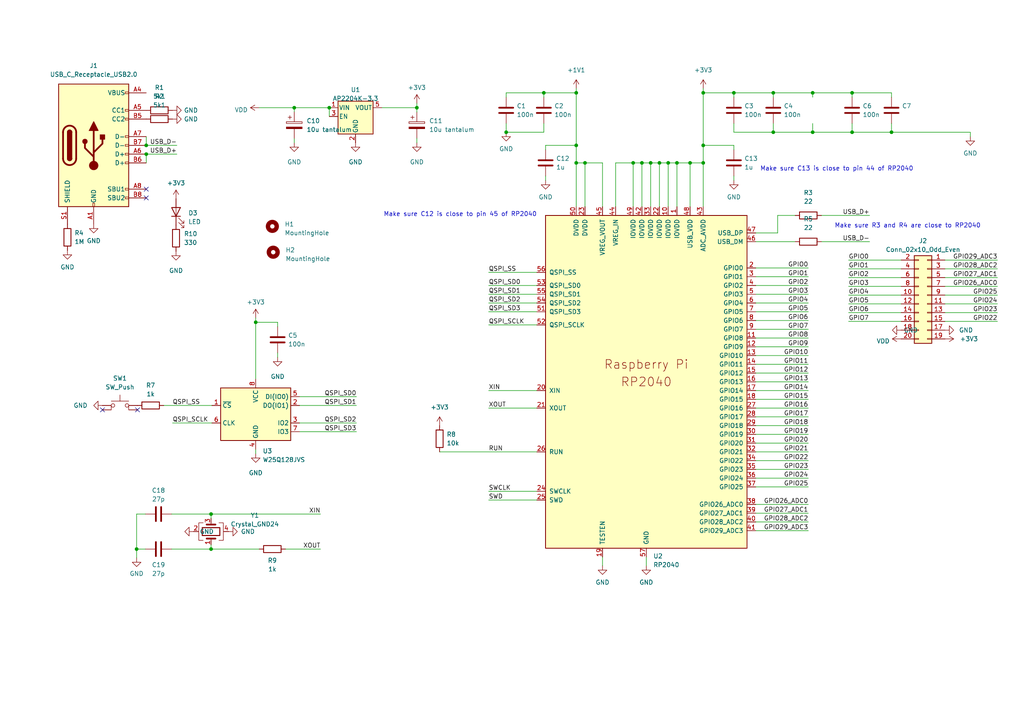
<source format=kicad_sch>
(kicad_sch (version 20230121) (generator eeschema)
  (paper "A4")
  (lib_symbols
    (symbol "Connector:USB_C_Receptacle_USB2.0" (pin_names (offset 1.016))
      (property "Reference" "J" (at -10.16 19.05 0))
      (property "Value" "USB_C_Receptacle_USB2.0" (at 19.05 19.05 0))
      (symbol "USB_C_Receptacle_USB2.0_0_0"
        (rectangle (start -0.254 -17.78) (end 0.254 -16.764))
        (rectangle (start 10.16 -14.986) (end 9.144 -15.494))
        (rectangle (start 10.16 -12.446) (end 9.144 -12.954))
        (rectangle (start 10.16 -4.826) (end 9.144 -5.334))
        (rectangle (start 10.16 -2.286) (end 9.144 -2.794))
        (rectangle (start 10.16 0.254) (end 9.144 -0.254))
        (rectangle (start 10.16 2.794) (end 9.144 2.286))
        (rectangle (start 10.16 7.874) (end 9.144 7.366))
        (rectangle (start 10.16 10.414) (end 9.144 9.906))
        (rectangle (start 10.16 15.494) (end 9.144 14.986))
      )
      (symbol "USB_C_Receptacle_USB2.0_0_1"
        (rectangle (start -10.16 17.78) (end 10.16 -17.78) (stroke (width 0.254)) (fill (type background)))
        (arc (start -8.89 -3.81) (mid -6.985 -5.7067) (end -5.08 -3.81) (stroke (width 0.508)))
        (arc (start -7.62 -3.81) (mid -6.985 -4.4423) (end -6.35 -3.81) (stroke (width 0.254)))
        (arc (start -7.62 -3.81) (mid -6.985 -4.4423) (end -6.35 -3.81) (stroke (width 0.254)) (fill (type outline)))
        (rectangle (start -7.62 -3.81) (end -6.35 3.81) (stroke (width 0.254)) (fill (type outline)))
        (arc (start -6.35 3.81) (mid -6.985 4.4423) (end -7.62 3.81) (stroke (width 0.254)))
        (arc (start -6.35 3.81) (mid -6.985 4.4423) (end -7.62 3.81) (stroke (width 0.254)) (fill (type outline)))
        (arc (start -5.08 3.81) (mid -6.985 5.7067) (end -8.89 3.81) (stroke (width 0.508)))
        (circle (center -2.54 1.143) (radius 0.635) (stroke (width 0.254)) (fill (type outline)))
        (circle (center 0 -5.842) (radius 1.27) (fill (type outline)))
        (polyline (pts (xy -8.89 -3.81) (xy -8.89 3.81)) (stroke (width 0.508)))
        (polyline (pts (xy -5.08 3.81) (xy -5.08 -3.81)) (stroke (width 0.508)))
        (polyline (pts (xy 0 -5.842) (xy 0 4.318)) (stroke (width 0.508)))
        (polyline (pts (xy 0 -3.302) (xy -2.54 -0.762) (xy -2.54 0.508)) (stroke (width 0.508)))
        (polyline (pts (xy 0 -2.032) (xy 2.54 0.508) (xy 2.54 1.778)) (stroke (width 0.508)))
        (polyline (pts (xy -1.27 4.318) (xy 0 6.858) (xy 1.27 4.318) (xy -1.27 4.318)) (stroke (width 0.254)) (fill (type outline)))
        (rectangle (start 1.905 1.778) (end 3.175 3.048) (stroke (width 0.254)) (fill (type outline)))
      )
      (symbol "USB_C_Receptacle_USB2.0_1_1"
        (pin passive line (at 0 -22.86 90) (length 5.08) (name "GND") (number "A1"))
        (pin passive line (at 0 -22.86 90) (length 5.08) hide (name "GND") (number "A12"))
        (pin passive line (at 15.24 15.24 180) (length 5.08) (name "VBUS") (number "A4"))
        (pin bidirectional line (at 15.24 10.16 180) (length 5.08) (name "CC1") (number "A5"))
        (pin bidirectional line (at 15.24 -2.54 180) (length 5.08) (name "D+") (number "A6"))
        (pin bidirectional line (at 15.24 2.54 180) (length 5.08) (name "D-") (number "A7"))
        (pin bidirectional line (at 15.24 -12.7 180) (length 5.08) (name "SBU1") (number "A8"))
        (pin passive line (at 15.24 15.24 180) (length 5.08) hide (name "VBUS") (number "A9"))
        (pin passive line (at 0 -22.86 90) (length 5.08) hide (name "GND") (number "B1"))
        (pin passive line (at 0 -22.86 90) (length 5.08) hide (name "GND") (number "B12"))
        (pin passive line (at 15.24 15.24 180) (length 5.08) hide (name "VBUS") (number "B4"))
        (pin bidirectional line (at 15.24 7.62 180) (length 5.08) (name "CC2") (number "B5"))
        (pin bidirectional line (at 15.24 -5.08 180) (length 5.08) (name "D+") (number "B6"))
        (pin bidirectional line (at 15.24 0 180) (length 5.08) (name "D-") (number "B7"))
        (pin bidirectional line (at 15.24 -15.24 180) (length 5.08) (name "SBU2") (number "B8"))
        (pin passive line (at 15.24 15.24 180) (length 5.08) hide (name "VBUS") (number "B9"))
        (pin passive line (at -7.62 -22.86 90) (length 5.08) (name "SHIELD") (number "S1"))
      )
    )
    (symbol "Connector_Generic:Conn_02x10_Odd_Even" (pin_names (offset 1.016) hide)
      (property "Reference" "J" (at 1.27 12.7 0))
      (property "Value" "Conn_02x10_Odd_Even" (at 1.27 -15.24 0))
      (symbol "Conn_02x10_Odd_Even_1_1"
        (rectangle (start -1.27 -12.573) (end 0 -12.827) (stroke (width 0.1524)))
        (rectangle (start -1.27 -10.033) (end 0 -10.287) (stroke (width 0.1524)))
        (rectangle (start -1.27 -7.493) (end 0 -7.747) (stroke (width 0.1524)))
        (rectangle (start -1.27 -4.953) (end 0 -5.207) (stroke (width 0.1524)))
        (rectangle (start -1.27 -2.413) (end 0 -2.667) (stroke (width 0.1524)))
        (rectangle (start -1.27 0.127) (end 0 -0.127) (stroke (width 0.1524)))
        (rectangle (start -1.27 2.667) (end 0 2.413) (stroke (width 0.1524)))
        (rectangle (start -1.27 5.207) (end 0 4.953) (stroke (width 0.1524)))
        (rectangle (start -1.27 7.747) (end 0 7.493) (stroke (width 0.1524)))
        (rectangle (start -1.27 10.287) (end 0 10.033) (stroke (width 0.1524)))
        (rectangle (start -1.27 11.43) (end 3.81 -13.97) (stroke (width 0.254)) (fill (type background)))
        (rectangle (start 3.81 -12.573) (end 2.54 -12.827) (stroke (width 0.1524)))
        (rectangle (start 3.81 -10.033) (end 2.54 -10.287) (stroke (width 0.1524)))
        (rectangle (start 3.81 -7.493) (end 2.54 -7.747) (stroke (width 0.1524)))
        (rectangle (start 3.81 -4.953) (end 2.54 -5.207) (stroke (width 0.1524)))
        (rectangle (start 3.81 -2.413) (end 2.54 -2.667) (stroke (width 0.1524)))
        (rectangle (start 3.81 0.127) (end 2.54 -0.127) (stroke (width 0.1524)))
        (rectangle (start 3.81 2.667) (end 2.54 2.413) (stroke (width 0.1524)))
        (rectangle (start 3.81 5.207) (end 2.54 4.953) (stroke (width 0.1524)))
        (rectangle (start 3.81 7.747) (end 2.54 7.493) (stroke (width 0.1524)))
        (rectangle (start 3.81 10.287) (end 2.54 10.033) (stroke (width 0.1524)))
        (pin passive line (at -5.08 10.16 0) (length 3.81) (name "Pin_1") (number "1"))
        (pin passive line (at 7.62 0 180) (length 3.81) (name "Pin_10") (number "10"))
        (pin passive line (at -5.08 -2.54 0) (length 3.81) (name "Pin_11") (number "11"))
        (pin passive line (at 7.62 -2.54 180) (length 3.81) (name "Pin_12") (number "12"))
        (pin passive line (at -5.08 -5.08 0) (length 3.81) (name "Pin_13") (number "13"))
        (pin passive line (at 7.62 -5.08 180) (length 3.81) (name "Pin_14") (number "14"))
        (pin passive line (at -5.08 -7.62 0) (length 3.81) (name "Pin_15") (number "15"))
        (pin passive line (at 7.62 -7.62 180) (length 3.81) (name "Pin_16") (number "16"))
        (pin passive line (at -5.08 -10.16 0) (length 3.81) (name "Pin_17") (number "17"))
        (pin passive line (at 7.62 -10.16 180) (length 3.81) (name "Pin_18") (number "18"))
        (pin passive line (at -5.08 -12.7 0) (length 3.81) (name "Pin_19") (number "19"))
        (pin passive line (at 7.62 10.16 180) (length 3.81) (name "Pin_2") (number "2"))
        (pin passive line (at 7.62 -12.7 180) (length 3.81) (name "Pin_20") (number "20"))
        (pin passive line (at -5.08 7.62 0) (length 3.81) (name "Pin_3") (number "3"))
        (pin passive line (at 7.62 7.62 180) (length 3.81) (name "Pin_4") (number "4"))
        (pin passive line (at -5.08 5.08 0) (length 3.81) (name "Pin_5") (number "5"))
        (pin passive line (at 7.62 5.08 180) (length 3.81) (name "Pin_6") (number "6"))
        (pin passive line (at -5.08 2.54 0) (length 3.81) (name "Pin_7") (number "7"))
        (pin passive line (at 7.62 2.54 180) (length 3.81) (name "Pin_8") (number "8"))
        (pin passive line (at -5.08 0 0) (length 3.81) (name "Pin_9") (number "9"))
      )
    )
    (symbol "Device:C" (pin_numbers hide) (pin_names (offset 0.254))
      (property "Reference" "C" (at 0.635 2.54 0))
      (property "Value" "C" (at 0.635 -2.54 0))
      (symbol "C_0_1"
        (polyline (pts (xy -2.032 -0.762) (xy 2.032 -0.762)) (stroke (width 0.508)))
        (polyline (pts (xy -2.032 0.762) (xy 2.032 0.762)) (stroke (width 0.508)))
      )
      (symbol "C_1_1"
        (pin passive line (at 0 3.81 270) (length 2.794) (name "~") (number "1"))
        (pin passive line (at 0 -3.81 90) (length 2.794) (name "~") (number "2"))
      )
    )
    (symbol "Device:C_Polarized" (pin_numbers hide) (pin_names (offset 0.254))
      (property "Reference" "C" (at 0.635 2.54 0))
      (property "Value" "C_Polarized" (at 0.635 -2.54 0))
      (symbol "C_Polarized_0_1"
        (rectangle (start -2.286 0.508) (end 2.286 1.016))
        (polyline (pts (xy -1.778 2.286) (xy -0.762 2.286)))
        (polyline (pts (xy -1.27 2.794) (xy -1.27 1.778)))
        (rectangle (start 2.286 -0.508) (end -2.286 -1.016) (fill (type outline)))
      )
      (symbol "C_Polarized_1_1"
        (pin passive line (at 0 3.81 270) (length 2.794) (name "~") (number "1"))
        (pin passive line (at 0 -3.81 90) (length 2.794) (name "~") (number "2"))
      )
    )
    (symbol "Device:Crystal_GND24" (pin_names (offset 1.016) hide)
      (property "Reference" "Y" (at 3.175 5.08 0))
      (property "Value" "Crystal_GND24" (at 3.175 3.175 0))
      (symbol "Crystal_GND24_0_1"
        (rectangle (start -1.143 2.54) (end 1.143 -2.54) (stroke (width 0.3048)))
        (polyline (pts (xy -2.54 0) (xy -2.032 0)))
        (polyline (pts (xy -2.032 -1.27) (xy -2.032 1.27)) (stroke (width 0.508)))
        (polyline (pts (xy 0 -3.81) (xy 0 -3.556)))
        (polyline (pts (xy 0 3.556) (xy 0 3.81)))
        (polyline (pts (xy 2.032 -1.27) (xy 2.032 1.27)) (stroke (width 0.508)))
        (polyline (pts (xy 2.032 0) (xy 2.54 0)))
        (polyline (pts (xy -2.54 -2.286) (xy -2.54 -3.556) (xy 2.54 -3.556) (xy 2.54 -2.286)))
        (polyline (pts (xy -2.54 2.286) (xy -2.54 3.556) (xy 2.54 3.556) (xy 2.54 2.286)))
      )
      (symbol "Crystal_GND24_1_1"
        (pin passive line (at -3.81 0 0) (length 1.27) (name "1") (number "1"))
        (pin passive line (at 0 5.08 270) (length 1.27) (name "2") (number "2"))
        (pin passive line (at 3.81 0 180) (length 1.27) (name "3") (number "3"))
        (pin passive line (at 0 -5.08 90) (length 1.27) (name "4") (number "4"))
      )
    )
    (symbol "Device:LED" (pin_numbers hide) (pin_names (offset 1.016) hide)
      (property "Reference" "D" (at 0 2.54 0))
      (property "Value" "LED" (at 0 -2.54 0))
      (symbol "LED_0_1"
        (polyline (pts (xy -1.27 -1.27) (xy -1.27 1.27)) (stroke (width 0.254)))
        (polyline (pts (xy -1.27 0) (xy 1.27 0)))
        (polyline (pts (xy 1.27 -1.27) (xy 1.27 1.27) (xy -1.27 0) (xy 1.27 -1.27)) (stroke (width 0.254)))
        (polyline (pts (xy -3.048 -0.762) (xy -4.572 -2.286) (xy -3.81 -2.286) (xy -4.572 -2.286) (xy -4.572 -1.524)))
        (polyline (pts (xy -1.778 -0.762) (xy -3.302 -2.286) (xy -2.54 -2.286) (xy -3.302 -2.286) (xy -3.302 -1.524)))
      )
      (symbol "LED_1_1"
        (pin passive line (at -3.81 0 0) (length 2.54) (name "K") (number "1"))
        (pin passive line (at 3.81 0 180) (length 2.54) (name "A") (number "2"))
      )
    )
    (symbol "Device:R" (pin_numbers hide) (pin_names (offset 0))
      (property "Reference" "R" (at 2.032 0 90))
      (property "Value" "R" (at 0 0 90))
      (symbol "R_0_1"
        (rectangle (start -1.016 -2.54) (end 1.016 2.54) (stroke (width 0.254)))
      )
      (symbol "R_1_1"
        (pin passive line (at 0 3.81 270) (length 1.27) (name "~") (number "1"))
        (pin passive line (at 0 -3.81 90) (length 1.27) (name "~") (number "2"))
      )
    )
    (symbol "MCU_RaspberryPi_RP2040:RP2040" (pin_names (offset 1.016))
      (property "Reference" "U" (at -29.21 49.53 0))
      (property "Value" "RP2040" (at 24.13 -49.53 0))
      (symbol "RP2040_0_0"
        (text "Raspberry Pi" (at 0 5.08 0) (effects (font (size 2.54 2.54))))
        (text "RP2040" (at 0 0 0) (effects (font (size 2.54 2.54))))
      )
      (symbol "RP2040_0_1"
        (rectangle (start 29.21 48.26) (end -29.21 -48.26) (stroke (width 0.254)) (fill (type background)))
      )
      (symbol "RP2040_1_1"
        (pin power_in line (at 8.89 50.8 270) (length 2.54) (name "IOVDD") (number "1"))
        (pin power_in line (at 6.35 50.8 270) (length 2.54) (name "IOVDD") (number "10"))
        (pin bidirectional line (at 31.75 12.7 180) (length 2.54) (name "GPIO8") (number "11"))
        (pin bidirectional line (at 31.75 10.16 180) (length 2.54) (name "GPIO9") (number "12"))
        (pin bidirectional line (at 31.75 7.62 180) (length 2.54) (name "GPIO10") (number "13"))
        (pin bidirectional line (at 31.75 5.08 180) (length 2.54) (name "GPIO11") (number "14"))
        (pin bidirectional line (at 31.75 2.54 180) (length 2.54) (name "GPIO12") (number "15"))
        (pin bidirectional line (at 31.75 0 180) (length 2.54) (name "GPIO13") (number "16"))
        (pin bidirectional line (at 31.75 -2.54 180) (length 2.54) (name "GPIO14") (number "17"))
        (pin bidirectional line (at 31.75 -5.08 180) (length 2.54) (name "GPIO15") (number "18"))
        (pin passive line (at -12.7 -50.8 90) (length 2.54) (name "TESTEN") (number "19"))
        (pin bidirectional line (at 31.75 33.02 180) (length 2.54) (name "GPIO0") (number "2"))
        (pin input line (at -31.75 -2.54 0) (length 2.54) (name "XIN") (number "20"))
        (pin passive line (at -31.75 -7.62 0) (length 2.54) (name "XOUT") (number "21"))
        (pin power_in line (at 3.81 50.8 270) (length 2.54) (name "IOVDD") (number "22"))
        (pin power_in line (at -17.78 50.8 270) (length 2.54) (name "DVDD") (number "23"))
        (pin output line (at -31.75 -31.75 0) (length 2.54) (name "SWCLK") (number "24"))
        (pin bidirectional line (at -31.75 -34.29 0) (length 2.54) (name "SWD") (number "25"))
        (pin input line (at -31.75 -20.32 0) (length 2.54) (name "RUN") (number "26"))
        (pin bidirectional line (at 31.75 -7.62 180) (length 2.54) (name "GPIO16") (number "27"))
        (pin bidirectional line (at 31.75 -10.16 180) (length 2.54) (name "GPIO17") (number "28"))
        (pin bidirectional line (at 31.75 -12.7 180) (length 2.54) (name "GPIO18") (number "29"))
        (pin bidirectional line (at 31.75 30.48 180) (length 2.54) (name "GPIO1") (number "3"))
        (pin bidirectional line (at 31.75 -15.24 180) (length 2.54) (name "GPIO19") (number "30"))
        (pin bidirectional line (at 31.75 -17.78 180) (length 2.54) (name "GPIO20") (number "31"))
        (pin bidirectional line (at 31.75 -20.32 180) (length 2.54) (name "GPIO21") (number "32"))
        (pin power_in line (at 1.27 50.8 270) (length 2.54) (name "IOVDD") (number "33"))
        (pin bidirectional line (at 31.75 -22.86 180) (length 2.54) (name "GPIO22") (number "34"))
        (pin bidirectional line (at 31.75 -25.4 180) (length 2.54) (name "GPIO23") (number "35"))
        (pin bidirectional line (at 31.75 -27.94 180) (length 2.54) (name "GPIO24") (number "36"))
        (pin bidirectional line (at 31.75 -30.48 180) (length 2.54) (name "GPIO25") (number "37"))
        (pin bidirectional line (at 31.75 -35.56 180) (length 2.54) (name "GPIO26_ADC0") (number "38"))
        (pin bidirectional line (at 31.75 -38.1 180) (length 2.54) (name "GPIO27_ADC1") (number "39"))
        (pin bidirectional line (at 31.75 27.94 180) (length 2.54) (name "GPIO2") (number "4"))
        (pin bidirectional line (at 31.75 -40.64 180) (length 2.54) (name "GPIO28_ADC2") (number "40"))
        (pin bidirectional line (at 31.75 -43.18 180) (length 2.54) (name "GPIO29_ADC3") (number "41"))
        (pin power_in line (at -1.27 50.8 270) (length 2.54) (name "IOVDD") (number "42"))
        (pin power_in line (at 16.51 50.8 270) (length 2.54) (name "ADC_AVDD") (number "43"))
        (pin power_in line (at -8.89 50.8 270) (length 2.54) (name "VREG_IN") (number "44"))
        (pin power_out line (at -12.7 50.8 270) (length 2.54) (name "VREG_VOUT") (number "45"))
        (pin bidirectional line (at 31.75 40.64 180) (length 2.54) (name "USB_DM") (number "46"))
        (pin bidirectional line (at 31.75 43.18 180) (length 2.54) (name "USB_DP") (number "47"))
        (pin power_in line (at 12.7 50.8 270) (length 2.54) (name "USB_VDD") (number "48"))
        (pin power_in line (at -3.81 50.8 270) (length 2.54) (name "IOVDD") (number "49"))
        (pin bidirectional line (at 31.75 25.4 180) (length 2.54) (name "GPIO3") (number "5"))
        (pin power_in line (at -20.32 50.8 270) (length 2.54) (name "DVDD") (number "50"))
        (pin bidirectional line (at -31.75 20.32 0) (length 2.54) (name "QSPI_SD3") (number "51"))
        (pin output line (at -31.75 16.51 0) (length 2.54) (name "QSPI_SCLK") (number "52"))
        (pin bidirectional line (at -31.75 27.94 0) (length 2.54) (name "QSPI_SD0") (number "53"))
        (pin bidirectional line (at -31.75 22.86 0) (length 2.54) (name "QSPI_SD2") (number "54"))
        (pin bidirectional line (at -31.75 25.4 0) (length 2.54) (name "QSPI_SD1") (number "55"))
        (pin bidirectional line (at -31.75 31.75 0) (length 2.54) (name "QSPI_SS") (number "56"))
        (pin power_in line (at 0 -50.8 90) (length 2.54) (name "GND") (number "57"))
        (pin bidirectional line (at 31.75 22.86 180) (length 2.54) (name "GPIO4") (number "6"))
        (pin bidirectional line (at 31.75 20.32 180) (length 2.54) (name "GPIO5") (number "7"))
        (pin bidirectional line (at 31.75 17.78 180) (length 2.54) (name "GPIO6") (number "8"))
        (pin bidirectional line (at 31.75 15.24 180) (length 2.54) (name "GPIO7") (number "9"))
      )
    )
    (symbol "Mechanical:MountingHole" (pin_names (offset 1.016))
      (property "Reference" "H" (at 0 5.08 0))
      (property "Value" "MountingHole" (at 0 3.175 0))
      (symbol "MountingHole_0_1"
        (circle (center 0 0) (radius 1.27) (stroke (width 1.27)))
      )
    )
    (symbol "Memory_Flash:W25Q128JVS"
      (property "Reference" "U" (at -8.89 8.89 0))
      (property "Value" "W25Q128JVS" (at 7.62 8.89 0))
      (symbol "W25Q128JVS_0_1"
        (rectangle (start -10.16 7.62) (end 10.16 -7.62) (stroke (width 0.254)) (fill (type background)))
      )
      (symbol "W25Q128JVS_1_1"
        (pin input line (at -12.7 2.54 0) (length 2.54) (name "~{CS}") (number "1"))
        (pin bidirectional line (at 12.7 2.54 180) (length 2.54) (name "DO(IO1)") (number "2"))
        (pin bidirectional line (at 12.7 -2.54 180) (length 2.54) (name "IO2") (number "3"))
        (pin power_in line (at 0 -10.16 90) (length 2.54) (name "GND") (number "4"))
        (pin bidirectional line (at 12.7 5.08 180) (length 2.54) (name "DI(IO0)") (number "5"))
        (pin input line (at -12.7 -2.54 0) (length 2.54) (name "CLK") (number "6"))
        (pin bidirectional line (at 12.7 -5.08 180) (length 2.54) (name "IO3") (number "7"))
        (pin power_in line (at 0 10.16 270) (length 2.54) (name "VCC") (number "8"))
      )
    )
    (symbol "Regulator_Linear:AP2204K-3.3" (pin_names (offset 0.254))
      (property "Reference" "U" (at -5.08 5.715 0))
      (property "Value" "AP2204K-3.3" (at 0 5.715 0))
      (symbol "AP2204K-3.3_0_1"
        (rectangle (start -5.08 4.445) (end 5.08 -5.08) (stroke (width 0.254)) (fill (type background)))
      )
      (symbol "AP2204K-3.3_1_1"
        (pin power_in line (at -7.62 2.54 0) (length 2.54) (name "VIN") (number "1"))
        (pin power_in line (at 0 -7.62 90) (length 2.54) (name "GND") (number "2"))
        (pin input line (at -7.62 0 0) (length 2.54) (name "EN") (number "3"))
        (pin no_connect line (at 5.08 0 180) (length 2.54) hide (name "NC") (number "4"))
        (pin power_out line (at 7.62 2.54 180) (length 2.54) (name "VOUT") (number "5"))
      )
    )
    (symbol "SW_Push_2" (pin_numbers hide) (pin_names (offset 1.016) hide)
      (property "Reference" "SW1" (at 0 7.874 0))
      (property "Value" "SW_Push_2" (at 0 5.334 0))
      (symbol "SW_Push_2_0_1"
        (circle (center -2.032 0) (radius 0.508))
        (polyline (pts (xy -2.54 -1.27) (xy -2.54 0)))
        (polyline (pts (xy 0 1.27) (xy 0 3.048)))
        (polyline (pts (xy 2.54 -1.27) (xy 2.54 0)))
        (polyline (pts (xy 2.54 1.27) (xy -2.54 1.27)))
        (circle (center 2.032 0) (radius 0.508))
        (pin passive line (at -5.08 0 0) (length 2.54) (name "1") (number "1"))
        (pin passive line (at 5.08 0 180) (length 2.54) (name "2") (number "2"))
        (pin passive line (at 5.08 -1.27 180) (length 2.54) (name "3") (number "3"))
        (pin passive line (at -5.08 -1.27 0) (length 2.54) (name "4") (number "4"))
      )
    )
    (symbol "power:+1V1" (power) (pin_names (offset 0))
      (property "Value" "+1V1" (at 0 3.556 0))
      (symbol "+1V1_0_1"
        (polyline (pts (xy -0.762 1.27) (xy 0 2.54)))
        (polyline (pts (xy 0 0) (xy 0 2.54)))
        (polyline (pts (xy 0 2.54) (xy 0.762 1.27)))
      )
      (symbol "+1V1_1_1"
        (pin power_in line (at 0 0 90) (length 0) hide (name "+1V1") (number "1"))
      )
    )
    (symbol "power:+3V3" (power) (pin_names (offset 0))
      (property "Value" "+3V3" (at 0 3.556 0))
      (symbol "+3V3_0_1"
        (polyline (pts (xy -0.762 1.27) (xy 0 2.54)))
        (polyline (pts (xy 0 0) (xy 0 2.54)))
        (polyline (pts (xy 0 2.54) (xy 0.762 1.27)))
      )
      (symbol "+3V3_1_1"
        (pin power_in line (at 0 0 90) (length 0) hide (name "+3V3") (number "1"))
      )
    )
    (symbol "power:GND" (power) (pin_names (offset 0))
      (property "Value" "GND" (at 0 -3.81 0))
      (symbol "GND_0_1"
        (polyline (pts (xy 0 0) (xy 0 -1.27) (xy 1.27 -1.27) (xy 0 -2.54) (xy -1.27 -1.27) (xy 0 -1.27)))
      )
      (symbol "GND_1_1"
        (pin power_in line (at 0 0 270) (length 0) hide (name "GND") (number "1"))
      )
    )
    (symbol "power:VDD" (power) (pin_names (offset 0))
      (property "Value" "VDD" (at 0 3.81 0))
      (symbol "VDD_0_1"
        (polyline (pts (xy -0.762 1.27) (xy 0 2.54)))
        (polyline (pts (xy 0 0) (xy 0 2.54)))
        (polyline (pts (xy 0 2.54) (xy 0.762 1.27)))
      )
      (symbol "VDD_1_1"
        (pin power_in line (at 0 0 90) (length 0) hide (name "VDD") (number "1"))
      )
    )
  )
  (junction (at 247.142 38.354))
  (junction (at 212.852 26.924))
  (junction (at 167.132 47.244))
  (junction (at 247.142 26.924))
  (junction (at 224.282 38.354))
  (junction (at 203.962 47.244))
  (junction (at 167.132 42.164))
  (junction (at 157.734 26.924))
  (junction (at 258.572 38.354))
  (junction (at 203.962 26.924))
  (junction (at 74.168 93.472))
  (junction (at 235.712 26.924))
  (junction (at 61.214 159.258))
  (junction (at 186.182 47.244))
  (junction (at 196.342 47.244))
  (junction (at 146.812 38.354))
  (junction (at 85.344 31.242))
  (junction (at 39.624 159.258))
  (junction (at 188.722 47.244))
  (junction (at 42.418 44.704))
  (junction (at 191.262 47.244))
  (junction (at 61.214 149.098))
  (junction (at 95.504 31.242))
  (junction (at 169.672 47.244))
  (junction (at 203.962 42.164))
  (junction (at 235.712 38.354))
  (junction (at 167.132 26.924))
  (junction (at 183.642 47.244))
  (junction (at 120.904 31.242))
  (junction (at 42.418 42.164))
  (junction (at 200.152 47.244))
  (junction (at 193.802 47.244))
  (junction (at 224.282 26.924))
  (no_connect (at 39.878 118.872))
  (no_connect (at 29.718 118.872))
  (no_connect (at 42.418 57.404))
  (no_connect (at 42.418 54.864))
  (wire (pts (xy 225.552 62.484) (xy 230.632 62.484)))
  (wire (pts (xy 219.202 141.224) (xy 234.442 141.224)))
  (wire (pts (xy 219.202 90.424) (xy 234.442 90.424)))
  (wire (pts (xy 247.142 38.354) (xy 235.712 38.354)))
  (wire (pts (xy 85.344 40.132) (xy 85.344 41.402)))
  (wire (pts (xy 174.752 59.944) (xy 174.752 47.244)))
  (wire (pts (xy 39.624 159.258) (xy 39.624 161.798)))
  (wire (pts (xy 178.562 47.244) (xy 183.642 47.244)))
  (wire (pts (xy 141.732 82.804) (xy 155.702 82.804)))
  (wire (pts (xy 258.572 38.354) (xy 281.432 38.354)))
  (wire (pts (xy 155.702 118.364) (xy 141.732 118.364)))
  (wire (pts (xy 274.066 83.058) (xy 289.306 83.058)))
  (wire (pts (xy 212.852 35.814) (xy 212.852 38.354)))
  (wire (pts (xy 258.572 38.354) (xy 247.142 38.354)))
  (wire (pts (xy 247.142 35.814) (xy 247.142 38.354)))
  (wire (pts (xy 47.498 117.602) (xy 61.468 117.602)))
  (wire (pts (xy 200.152 47.244) (xy 203.962 47.244)))
  (wire (pts (xy 82.804 159.258) (xy 92.964 159.258)))
  (wire (pts (xy 219.202 77.724) (xy 234.442 77.724)))
  (wire (pts (xy 155.702 94.234) (xy 141.732 94.234)))
  (wire (pts (xy 219.202 125.984) (xy 234.442 125.984)))
  (wire (pts (xy 219.202 108.204) (xy 234.442 108.204)))
  (wire (pts (xy 42.418 42.164) (xy 51.308 42.164)))
  (wire (pts (xy 219.202 103.124) (xy 234.442 103.124)))
  (wire (pts (xy 224.282 26.924) (xy 235.712 26.924)))
  (wire (pts (xy 187.452 161.544) (xy 187.452 164.084)))
  (wire (pts (xy 203.962 42.164) (xy 203.962 47.244)))
  (wire (pts (xy 212.852 51.054) (xy 212.852 52.324)))
  (wire (pts (xy 155.702 142.494) (xy 141.732 142.494)))
  (wire (pts (xy 167.132 25.654) (xy 167.132 26.924)))
  (wire (pts (xy 219.202 128.524) (xy 234.442 128.524)))
  (wire (pts (xy 158.242 43.434) (xy 158.242 42.164)))
  (wire (pts (xy 212.852 28.194) (xy 212.852 26.924)))
  (wire (pts (xy 42.418 44.704) (xy 51.308 44.704)))
  (wire (pts (xy 141.732 87.884) (xy 155.702 87.884)))
  (wire (pts (xy 110.744 31.242) (xy 120.904 31.242)))
  (wire (pts (xy 80.518 93.472) (xy 74.168 93.472)))
  (wire (pts (xy 174.752 161.544) (xy 174.752 164.084)))
  (wire (pts (xy 235.712 26.924) (xy 247.142 26.924)))
  (wire (pts (xy 274.066 77.978) (xy 289.306 77.978)))
  (wire (pts (xy 274.066 75.438) (xy 289.306 75.438)))
  (wire (pts (xy 246.126 85.598) (xy 261.366 85.598)))
  (wire (pts (xy 219.202 80.264) (xy 234.442 80.264)))
  (wire (pts (xy 74.168 130.302) (xy 74.168 131.572)))
  (wire (pts (xy 188.722 59.944) (xy 188.722 47.244)))
  (wire (pts (xy 141.732 90.424) (xy 155.702 90.424)))
  (wire (pts (xy 120.904 40.132) (xy 120.904 41.402)))
  (wire (pts (xy 174.752 47.244) (xy 169.672 47.244)))
  (wire (pts (xy 85.344 32.512) (xy 85.344 31.242)))
  (wire (pts (xy 219.202 100.584) (xy 234.442 100.584)))
  (wire (pts (xy 74.168 93.472) (xy 74.168 109.982)))
  (wire (pts (xy 212.852 43.434) (xy 212.852 42.164)))
  (wire (pts (xy 75.184 31.242) (xy 85.344 31.242)))
  (wire (pts (xy 219.202 123.444) (xy 234.442 123.444)))
  (wire (pts (xy 167.132 42.164) (xy 167.132 47.244)))
  (wire (pts (xy 49.784 159.258) (xy 61.214 159.258)))
  (wire (pts (xy 146.812 28.194) (xy 146.812 26.924)))
  (wire (pts (xy 42.418 39.624) (xy 42.418 42.164)))
  (wire (pts (xy 246.126 93.218) (xy 261.366 93.218)))
  (wire (pts (xy 212.852 26.924) (xy 224.282 26.924)))
  (wire (pts (xy 167.132 47.244) (xy 167.132 59.944)))
  (wire (pts (xy 158.242 51.054) (xy 158.242 52.324)))
  (wire (pts (xy 61.214 150.368) (xy 61.214 149.098)))
  (wire (pts (xy 246.126 77.978) (xy 261.366 77.978)))
  (wire (pts (xy 186.182 59.944) (xy 186.182 47.244)))
  (wire (pts (xy 49.784 149.098) (xy 61.214 149.098)))
  (wire (pts (xy 235.712 35.814) (xy 235.712 38.354)))
  (wire (pts (xy 203.962 25.654) (xy 203.962 26.924)))
  (wire (pts (xy 203.962 42.164) (xy 212.852 42.164)))
  (wire (pts (xy 274.066 90.678) (xy 289.306 90.678)))
  (wire (pts (xy 196.342 47.244) (xy 196.342 59.944)))
  (wire (pts (xy 274.066 80.518) (xy 289.306 80.518)))
  (wire (pts (xy 86.868 117.602) (xy 103.378 117.602)))
  (wire (pts (xy 219.202 70.104) (xy 230.632 70.104)))
  (wire (pts (xy 258.572 35.814) (xy 258.572 38.354)))
  (wire (pts (xy 178.562 59.944) (xy 178.562 47.244)))
  (wire (pts (xy 120.904 31.242) (xy 120.904 29.972)))
  (wire (pts (xy 247.142 28.194) (xy 247.142 26.924)))
  (wire (pts (xy 86.868 125.222) (xy 103.378 125.222)))
  (wire (pts (xy 146.812 38.354) (xy 157.734 38.354)))
  (wire (pts (xy 219.202 115.824) (xy 234.442 115.824)))
  (wire (pts (xy 219.202 131.064) (xy 234.442 131.064)))
  (wire (pts (xy 219.202 98.044) (xy 234.442 98.044)))
  (wire (pts (xy 225.552 62.484) (xy 225.552 67.564)))
  (wire (pts (xy 219.202 151.384) (xy 234.442 151.384)))
  (wire (pts (xy 203.962 47.244) (xy 203.962 59.944)))
  (wire (pts (xy 219.202 95.504) (xy 234.442 95.504)))
  (wire (pts (xy 246.126 80.518) (xy 261.366 80.518)))
  (wire (pts (xy 80.518 102.362) (xy 80.518 103.632)))
  (wire (pts (xy 246.126 88.138) (xy 261.366 88.138)))
  (wire (pts (xy 193.802 47.244) (xy 196.342 47.244)))
  (wire (pts (xy 274.066 85.598) (xy 289.306 85.598)))
  (wire (pts (xy 155.702 78.994) (xy 141.732 78.994)))
  (wire (pts (xy 203.962 26.924) (xy 212.852 26.924)))
  (wire (pts (xy 224.282 28.194) (xy 224.282 26.924)))
  (wire (pts (xy 219.202 133.604) (xy 234.442 133.604)))
  (wire (pts (xy 141.732 113.284) (xy 155.702 113.284)))
  (wire (pts (xy 74.168 92.202) (xy 74.168 93.472)))
  (wire (pts (xy 196.342 47.244) (xy 200.152 47.244)))
  (wire (pts (xy 274.066 93.218) (xy 289.306 93.218)))
  (wire (pts (xy 146.812 35.814) (xy 146.812 38.354)))
  (wire (pts (xy 219.202 148.844) (xy 234.442 148.844)))
  (wire (pts (xy 120.904 32.512) (xy 120.904 31.242)))
  (wire (pts (xy 188.722 47.244) (xy 191.262 47.244)))
  (wire (pts (xy 42.164 159.258) (xy 39.624 159.258)))
  (wire (pts (xy 219.202 92.964) (xy 234.442 92.964)))
  (wire (pts (xy 246.126 90.678) (xy 261.366 90.678)))
  (wire (pts (xy 61.214 149.098) (xy 92.964 149.098)))
  (wire (pts (xy 219.202 146.304) (xy 234.442 146.304)))
  (wire (pts (xy 157.734 26.924) (xy 167.132 26.924)))
  (wire (pts (xy 246.126 83.058) (xy 261.366 83.058)))
  (wire (pts (xy 219.202 85.344) (xy 234.442 85.344)))
  (wire (pts (xy 224.282 35.814) (xy 224.282 38.354)))
  (wire (pts (xy 141.732 85.344) (xy 155.702 85.344)))
  (wire (pts (xy 247.142 26.924) (xy 258.572 26.924)))
  (wire (pts (xy 219.202 136.144) (xy 234.442 136.144)))
  (wire (pts (xy 219.202 87.884) (xy 234.442 87.884)))
  (wire (pts (xy 167.132 26.924) (xy 167.132 42.164)))
  (wire (pts (xy 219.202 105.664) (xy 234.442 105.664)))
  (wire (pts (xy 42.164 149.098) (xy 39.624 149.098)))
  (wire (pts (xy 191.262 59.944) (xy 191.262 47.244)))
  (wire (pts (xy 42.418 44.704) (xy 42.418 47.244)))
  (wire (pts (xy 157.734 28.194) (xy 157.734 26.924)))
  (wire (pts (xy 219.202 153.924) (xy 234.442 153.924)))
  (wire (pts (xy 219.202 120.904) (xy 234.442 120.904)))
  (wire (pts (xy 219.202 110.744) (xy 234.442 110.744)))
  (wire (pts (xy 61.214 157.988) (xy 61.214 159.258)))
  (wire (pts (xy 61.214 159.258) (xy 75.184 159.258)))
  (wire (pts (xy 169.672 47.244) (xy 167.132 47.244)))
  (wire (pts (xy 281.432 38.354) (xy 281.432 39.624)))
  (wire (pts (xy 86.868 115.062) (xy 103.378 115.062)))
  (wire (pts (xy 238.252 62.484) (xy 252.222 62.484)))
  (wire (pts (xy 200.152 59.944) (xy 200.152 47.244)))
  (wire (pts (xy 219.202 82.804) (xy 234.442 82.804)))
  (wire (pts (xy 95.504 31.242) (xy 95.504 33.782)))
  (wire (pts (xy 219.202 67.564) (xy 225.552 67.564)))
  (wire (pts (xy 235.712 38.354) (xy 224.282 38.354)))
  (wire (pts (xy 169.672 59.944) (xy 169.672 47.244)))
  (wire (pts (xy 235.712 28.194) (xy 235.712 26.924)))
  (wire (pts (xy 224.282 38.354) (xy 212.852 38.354)))
  (wire (pts (xy 238.252 70.104) (xy 252.222 70.104)))
  (wire (pts (xy 157.734 35.814) (xy 157.734 38.354)))
  (wire (pts (xy 203.962 26.924) (xy 203.962 42.164)))
  (wire (pts (xy 155.702 145.034) (xy 141.732 145.034)))
  (wire (pts (xy 258.572 28.194) (xy 258.572 26.924)))
  (wire (pts (xy 146.812 26.924) (xy 157.734 26.924)))
  (wire (pts (xy 246.126 75.438) (xy 261.366 75.438)))
  (wire (pts (xy 39.624 149.098) (xy 39.624 159.258)))
  (wire (pts (xy 219.202 118.364) (xy 234.442 118.364)))
  (wire (pts (xy 193.802 59.944) (xy 193.802 47.244)))
  (wire (pts (xy 127.508 131.064) (xy 155.702 131.064)))
  (wire (pts (xy 191.262 47.244) (xy 193.802 47.244)))
  (wire (pts (xy 183.642 47.244) (xy 186.182 47.244)))
  (wire (pts (xy 219.202 113.284) (xy 234.442 113.284)))
  (wire (pts (xy 86.868 122.682) (xy 103.378 122.682)))
  (wire (pts (xy 219.202 138.684) (xy 234.442 138.684)))
  (wire (pts (xy 158.242 42.164) (xy 167.132 42.164)))
  (wire (pts (xy 50.038 122.682) (xy 61.468 122.682)))
  (wire (pts (xy 80.518 94.742) (xy 80.518 93.472)))
  (wire (pts (xy 85.344 31.242) (xy 95.504 31.242)))
  (wire (pts (xy 183.642 59.944) (xy 183.642 47.244)))
  (wire (pts (xy 274.066 88.138) (xy 289.306 88.138)))
  (wire (pts (xy 186.182 47.244) (xy 188.722 47.244)))
  (text "Make sure C13 is close to pin 44 of RP2040" (at 220.472 49.784 0) (effects (font (size 1.27 1.27)) (justify left bottom)))
  (text "Make sure C12 is close to pin 45 of RP2040" (at 111.252 62.992 0) (effects (font (size 1.27 1.27)) (justify left bottom)))
  (text "Make sure R3 and R4 are close to RP2040" (at 242.062 66.294 0) (effects (font (size 1.27 1.27)) (justify left bottom)))
  (label "GPIO25" (at 289.306 85.598 180))
  (label "GPIO18" (at 234.442 123.444 180))
  (label "GPIO29_ADC3" (at 289.306 75.438 180))
  (label "USB_D+" (at 252.222 62.484 180))
  (label "RUN" (at 141.732 131.064 0))
  (label "GPIO19" (at 234.442 125.984 180))
  (label "GPIO13" (at 234.442 110.744 180))
  (label "GPIO27_ADC1" (at 234.442 148.844 180))
  (label "GPIO16" (at 234.442 118.364 180))
  (label "GPIO28_ADC2" (at 289.306 77.978 180))
  (label "GPIO22" (at 289.306 93.218 180))
  (label "GPIO11" (at 234.442 105.664 180))
  (label "GPIO3" (at 234.442 85.344 180))
  (label "SWD" (at 141.732 145.034 0))
  (label "GPIO10" (at 234.442 103.124 180))
  (label "QSPI_SD3" (at 141.732 90.424 0))
  (label "GPIO27_ADC1" (at 289.306 80.518 180))
  (label "GPIO9" (at 234.442 100.584 180))
  (label "GPIO23" (at 289.306 90.678 180))
  (label "QSPI_SD1" (at 141.732 85.344 0))
  (label "USB_D+" (at 51.308 44.704 180))
  (label "GPIO21" (at 234.442 131.064 180))
  (label "GPIO26_ADC0" (at 289.306 83.058 180))
  (label "GPIO1" (at 246.126 77.978 0))
  (label "GPIO29_ADC3" (at 234.442 153.924 180))
  (label "GPIO7" (at 246.126 93.218 0))
  (label "XOUT" (at 141.732 118.364 0))
  (label "QSPI_SD1" (at 103.378 117.602 180))
  (label "GPIO0" (at 246.126 75.438 0))
  (label "GPIO17" (at 234.442 120.904 180))
  (label "GPIO8" (at 234.442 98.044 180))
  (label "GPIO4" (at 234.442 87.884 180))
  (label "GPIO1" (at 234.442 80.264 180))
  (label "GPIO24" (at 289.306 88.138 180))
  (label "USB_D-" (at 252.222 70.104 180))
  (label "QSPI_SS" (at 50.038 117.602 0))
  (label "GPIO25" (at 234.442 141.224 180))
  (label "GPIO24" (at 234.442 138.684 180))
  (label "QSPI_SS" (at 141.732 78.994 0))
  (label "GPIO6" (at 234.442 92.964 180))
  (label "GPIO5" (at 246.126 88.138 0))
  (label "GPIO26_ADC0" (at 234.442 146.304 180))
  (label "GPIO4" (at 246.126 85.598 0))
  (label "GPIO5" (at 234.442 90.424 180))
  (label "QSPI_SD0" (at 141.732 82.804 0))
  (label "SWCLK" (at 141.732 142.494 0))
  (label "GPIO2" (at 234.442 82.804 180))
  (label "GPIO22" (at 234.442 133.604 180))
  (label "GPIO3" (at 246.126 83.058 0))
  (label "GPIO28_ADC2" (at 234.442 151.384 180))
  (label "GPIO20" (at 234.442 128.524 180))
  (label "GPIO12" (at 234.442 108.204 180))
  (label "XIN" (at 92.964 149.098 180))
  (label "QSPI_SD3" (at 103.378 125.222 180))
  (label "QSPI_SD2" (at 141.732 87.884 0))
  (label "QSPI_SCLK" (at 50.038 122.682 0))
  (label "GPIO2" (at 246.126 80.518 0))
  (label "GPIO0" (at 234.442 77.724 180))
  (label "USB_D-" (at 51.308 42.164 180))
  (label "XOUT" (at 92.964 159.258 180))
  (label "GPIO7" (at 234.442 95.504 180))
  (label "GPIO6" (at 246.126 90.678 0))
  (label "QSPI_SD2" (at 103.378 122.682 180))
  (label "GPIO15" (at 234.442 115.824 180))
  (label "QSPI_SCLK" (at 141.732 94.234 0))
  (label "GPIO23" (at 234.442 136.144 180))
  (label "QSPI_SD0" (at 103.378 115.062 180))
  (label "GPIO14" (at 234.442 113.284 180))
  (label "XIN" (at 141.732 113.284 0))
  (symbol (lib_id "Connector_Generic:Conn_02x10_Odd_Even") (at 268.986 85.598 0) (mirror y) (unit 1)
    (property "Reference" "J2" (at 267.716 69.85 0))
    (property "Value" "Conn_02x10_Odd_Even" (at 267.716 72.39 0))
    (property "Footprint" "Connector_PinHeader_2.54mm:PinHeader_2x10_P2.54mm_Vertical_SMD" (effects hide))
  )
  (symbol (lib_id "power:GND") (at 66.294 154.178 90) (unit 1)
    (property "Reference" "#PWR043" (effects hide))
    (property "Value" "GND" (at 69.85 154.1779 90) (effects (justify right)))
  )
  (symbol (lib_id "Device:C") (at 45.974 159.258 270) (unit 1)
    (property "Reference" "C19" (at 45.974 163.83 90))
    (property "Value" "27p" (at 45.974 166.37 90))
    (property "Footprint" "Capacitor_SMD:C_0402_1005Metric" (effects hide))
  )
  (symbol (lib_id "Device:C_Polarized") (at 85.344 36.322 0) (unit 1)
    (property "Reference" "C10" (at 88.9 35.0519 0) (effects (justify left)))
    (property "Value" "10u tantalum" (at 88.9 37.5919 0) (effects (justify left)))
    (property "Footprint" "Capacitor_Tantalum_SMD:CP_EIA-3216-18_Kemet-A" (effects hide))
  )
  (symbol (lib_id "power:VDD") (at 261.366 98.298 90) (unit 1)
    (property "Reference" "#PWR03" (effects hide))
    (property "Value" "VDD" (at 258.064 98.933 90) (effects (justify left)))
  )
  (symbol (lib_id "power:GND") (at 56.134 154.178 270) (unit 1)
    (property "Reference" "#PWR042" (effects hide))
    (property "Value" "GND" (at 57.912 154.1779 90) (effects (justify left)))
  )
  (symbol (lib_id "power:GND") (at 274.066 95.758 90) (mirror x) (unit 1)
    (property "Reference" "#PWR0107" (effects hide))
    (property "Value" "GND" (at 278.13 95.7581 90) (effects (justify right)))
  )
  (symbol (lib_id "Device:C") (at 247.142 32.004 0) (unit 1)
    (property "Reference" "C6" (at 250.19 30.7339 0) (effects (justify left)))
    (property "Value" "100n" (at 250.19 33.2739 0) (effects (justify left)))
    (property "Footprint" "Capacitor_SMD:C_0402_1005Metric" (effects hide))
  )
  (symbol (lib_id "power:VDD") (at 75.184 31.242 90) (unit 1)
    (property "Reference" "#PWR020" (effects hide))
    (property "Value" "VDD" (at 71.882 31.877 90) (effects (justify left)))
  )
  (symbol (lib_id "power:+3V3") (at 203.962 25.654 0) (unit 1)
    (property "Reference" "#PWR02" (effects hide))
    (property "Value" "+3V3" (at 203.962 20.32 0))
  )
  (symbol (lib_id "power:GND") (at 158.242 52.324 0) (unit 1)
    (property "Reference" "#PWR014" (effects hide))
    (property "Value" "GND" (at 158.242 57.15 0))
  )
  (symbol (lib_id "power:GND") (at 27.178 65.024 0) (unit 1)
    (property "Reference" "#PWR017" (effects hide))
    (property "Value" "GND" (at 27.178 69.85 0))
  )
  (symbol (lib_id "power:+3V3") (at 274.066 98.298 270) (mirror x) (unit 1)
    (property "Reference" "#PWR0106" (effects hide))
    (property "Value" "+3V3" (at 278.384 98.2981 90) (effects (justify left)))
  )
  (symbol (lib_id "power:GND") (at 187.452 164.084 0) (unit 1)
    (property "Reference" "#PWR041" (effects hide))
    (property "Value" "GND" (at 187.452 168.91 0))
  )
  (symbol (lib_id "Device:R") (at 234.442 70.104 270) (unit 1)
    (property "Reference" "R5" (at 234.442 63.5 90))
    (property "Value" "22" (at 234.442 66.04 90))
    (property "Footprint" "Resistor_SMD:R_0402_1005Metric" (effects hide))
  )
  (symbol (lib_id "Device:R") (at 46.228 34.544 90) (unit 1)
    (property "Reference" "R2" (at 46.228 27.94 90))
    (property "Value" "5k1" (at 46.228 30.48 90))
    (property "Footprint" "Resistor_SMD:R_0402_1005Metric" (effects hide))
  )
  (symbol (lib_id "power:GND") (at 51.054 72.898 0) (unit 1)
    (property "Reference" "#PWR0102" (effects hide))
    (property "Value" "GND" (at 51.054 78.486 0))
  )
  (symbol (lib_id "power:+3V3") (at 120.904 29.972 0) (unit 1)
    (property "Reference" "#PWR04" (effects hide))
    (property "Value" "+3V3" (at 120.904 25.4 0))
  )
  (symbol (lib_id "Device:R") (at 127.508 127.254 0) (unit 1)
    (property "Reference" "R8" (at 129.54 125.9839 0) (effects (justify left)))
    (property "Value" "10k" (at 129.54 128.5239 0) (effects (justify left)))
    (property "Footprint" "Resistor_SMD:R_0402_1005Metric" (effects hide))
  )
  (symbol (lib_id "Mechanical:MountingHole") (at 78.994 65.659 0) (unit 1)
    (property "Reference" "H1" (at 82.55 65.024 0) (effects (justify left)))
    (property "Value" "MountingHole" (at 82.55 67.564 0) (effects (justify left)))
    (property "Footprint" "Pale Slim Ghost:hole JLCPCB tooling" (effects hide))
  )
  (symbol (lib_id "Memory_Flash:W25Q128JVS") (at 74.168 120.142 0) (unit 1)
    (property "Reference" "U3" (at 76.1874 130.81 0) (effects (justify left)))
    (property "Value" "W25Q128JVS" (at 76.1874 133.35 0) (effects (justify left)))
    (property "Footprint" "Pale Slim Ghost:SON80P400X400X50-9N" (effects hide))
    (property "Datasheet" "http://www.winbond.com/resource-files/w25q128jv_dtr%20revc%2003272018%20plus.pdf" (effects hide))
  )
  (symbol (lib_id "power:+1V1") (at 167.132 25.654 0) (unit 1)
    (property "Reference" "#PWR01" (effects hide))
    (property "Value" "+1V1" (at 167.132 20.32 0))
  )
  (symbol (lib_id "Device:C") (at 212.852 32.004 0) (unit 1)
    (property "Reference" "C3" (at 215.9 30.7339 0) (effects (justify left)))
    (property "Value" "100n" (at 215.9 33.2739 0) (effects (justify left)))
    (property "Footprint" "Capacitor_SMD:C_0402_1005Metric" (effects hide))
  )
  (symbol (lib_id "Device:R") (at 46.228 32.004 90) (unit 1)
    (property "Reference" "R1" (at 46.228 25.4 90))
    (property "Value" "5k1" (at 46.228 27.94 90))
    (property "Footprint" "Resistor_SMD:R_0402_1005Metric" (effects hide))
  )
  (symbol (lib_id "power:+3V3") (at 74.168 92.202 0) (unit 1)
    (property "Reference" "#PWR033" (effects hide))
    (property "Value" "+3V3" (at 74.168 87.63 0))
  )
  (symbol (lib_id "power:GND") (at 174.752 164.084 0) (unit 1)
    (property "Reference" "#PWR040" (effects hide))
    (property "Value" "GND" (at 174.752 168.91 0))
  )
  (symbol (lib_id "MCU_RaspberryPi_RP2040:RP2040") (at 187.452 110.744 0) (unit 1)
    (property "Reference" "U2" (at 189.4714 161.29 0) (effects (justify left)))
    (property "Value" "RP2040" (at 189.4714 163.83 0) (effects (justify left)))
    (property "Footprint" "Package_DFN_QFN:QFN-56-1EP_7x7mm_P0.4mm_EP3.2x3.2mm_ThermalVias" (effects hide))
  )
  (symbol (lib_id "power:GND") (at 85.344 41.402 0) (unit 1)
    (property "Reference" "#PWR011" (effects hide))
    (property "Value" "GND" (at 85.344 46.99 0))
  )
  (symbol (lib_id "Device:C_Polarized") (at 120.904 36.322 0) (unit 1)
    (property "Reference" "C11" (at 124.46 35.0519 0) (effects (justify left)))
    (property "Value" "10u tantalum" (at 124.46 37.5919 0) (effects (justify left)))
    (property "Footprint" "Capacitor_Tantalum_SMD:CP_EIA-3216-18_Kemet-A" (effects hide))
  )
  (symbol (lib_id "power:GND") (at 281.432 39.624 0) (unit 1)
    (property "Reference" "#PWR010" (effects hide))
    (property "Value" "GND" (at 281.432 44.45 0))
  )
  (symbol (lib_id "Device:C") (at 146.812 32.004 0) (unit 1)
    (property "Reference" "C1" (at 149.86 30.7339 0) (effects (justify left)))
    (property "Value" "100n" (at 149.86 33.2739 0) (effects (justify left)))
    (property "Footprint" "Capacitor_SMD:C_0402_1005Metric" (effects hide))
  )
  (symbol (lib_id "power:GND") (at 212.852 52.324 0) (unit 1)
    (property "Reference" "#PWR015" (effects hide))
    (property "Value" "GND" (at 212.852 57.15 0))
  )
  (symbol (lib_id "Mechanical:MountingHole") (at 79.248 73.152 0) (unit 1)
    (property "Reference" "H2" (at 82.804 72.517 0) (effects (justify left)))
    (property "Value" "MountingHole" (at 82.804 75.057 0) (effects (justify left)))
    (property "Footprint" "Pale Slim Ghost:hole JLCPCB tooling" (effects hide))
  )
  (symbol (lib_id "Device:R") (at 43.688 117.602 270) (unit 1)
    (property "Reference" "R7" (at 43.688 111.76 90))
    (property "Value" "1k" (at 43.688 114.3 90))
    (property "Footprint" "Resistor_SMD:R_0402_1005Metric" (effects hide))
  )
  (symbol (lib_id "Device:LED") (at 51.054 61.468 90) (unit 1)
    (property "Reference" "D3" (at 54.61 61.7854 90) (effects (justify right)))
    (property "Value" "LED" (at 54.61 64.3254 90) (effects (justify right)))
    (property "Footprint" "LED_SMD:LED_0603_1608Metric" (effects hide))
  )
  (symbol (lib_id "Device:C") (at 158.242 47.244 0) (unit 1)
    (property "Reference" "C12" (at 161.29 45.9739 0) (effects (justify left)))
    (property "Value" "1u" (at 161.29 48.5139 0) (effects (justify left)))
    (property "Footprint" "Capacitor_SMD:C_0402_1005Metric" (effects hide))
  )
  (symbol (lib_id "Device:C") (at 157.734 32.004 0) (unit 1)
    (property "Reference" "C2" (at 160.782 30.7339 0) (effects (justify left)))
    (property "Value" "100n" (at 160.782 33.2739 0) (effects (justify left)))
    (property "Footprint" "Capacitor_SMD:C_0402_1005Metric" (effects hide))
  )
  (symbol (lib_id "power:GND") (at 50.038 32.004 90) (unit 1)
    (property "Reference" "#PWR06" (effects hide))
    (property "Value" "GND" (at 53.34 32.0039 90) (effects (justify right)))
  )
  (symbol (lib_id "power:+3V3") (at 51.054 57.658 0) (unit 1)
    (property "Reference" "#PWR0101" (effects hide))
    (property "Value" "+3V3" (at 51.054 53.086 0))
  )
  (symbol (lib_id "Device:R") (at 234.442 62.484 270) (unit 1)
    (property "Reference" "R3" (at 234.442 55.88 90))
    (property "Value" "22" (at 234.442 58.42 90))
    (property "Footprint" "Resistor_SMD:R_0402_1005Metric" (effects hide))
  )
  (symbol (lib_name "SW_Push_2") (lib_id "Switch:SW_Push") (at 34.798 117.602 0) (mirror y) (unit 1) (in_bom no)
    (property "Reference" "SW1" (at 34.798 109.728 0))
    (property "Value" "SW_Push" (at 34.798 112.268 0))
    (property "Footprint" "Pale Slim Ghost:SW_Push_1P1T_NO_CK_KMR2" (effects hide))
  )
  (symbol (lib_id "Device:C") (at 258.572 32.004 0) (unit 1)
    (property "Reference" "C7" (at 261.62 30.7339 0) (effects (justify left)))
    (property "Value" "100n" (effects hide))
    (property "Footprint" "Capacitor_SMD:C_0402_1005Metric" (effects hide))
  )
  (symbol (lib_id "Device:R") (at 78.994 159.258 270) (unit 1)
    (property "Reference" "R9" (at 78.994 162.56 90))
    (property "Value" "1k" (at 78.994 165.1 90))
    (property "Footprint" "Resistor_SMD:R_0402_1005Metric" (effects hide))
  )
  (symbol (lib_id "Device:C") (at 80.518 98.552 0) (unit 1)
    (property "Reference" "C5" (at 83.566 97.2819 0) (effects (justify left)))
    (property "Value" "100n" (at 83.566 99.8219 0) (effects (justify left)))
    (property "Footprint" "Capacitor_SMD:C_0402_1005Metric" (effects hide))
  )
  (symbol (lib_id "power:GND") (at 146.812 38.354 0) (unit 1)
    (property "Reference" "#PWR09" (effects hide))
    (property "Value" "GND" (at 146.812 43.18 0))
  )
  (symbol (lib_id "power:GND") (at 80.518 103.632 0) (unit 1)
    (property "Reference" "#PWR034" (effects hide))
    (property "Value" "GND" (at 80.518 109.22 0))
  )
  (symbol (lib_id "Device:R") (at 19.558 68.834 0) (unit 1)
    (property "Reference" "R4" (at 21.59 67.5639 0) (effects (justify left)))
    (property "Value" "1M" (at 21.59 70.1039 0) (effects (justify left)))
    (property "Footprint" "Resistor_SMD:R_0402_1005Metric" (effects hide))
  )
  (symbol (lib_id "Device:C") (at 212.852 47.244 0) (unit 1)
    (property "Reference" "C13" (at 215.9 45.9739 0) (effects (justify left)))
    (property "Value" "1u" (at 215.9 48.5139 0) (effects (justify left)))
    (property "Footprint" "Capacitor_SMD:C_0402_1005Metric" (effects hide))
  )
  (symbol (lib_id "power:GND") (at 39.624 161.798 0) (unit 1)
    (property "Reference" "#PWR039" (effects hide))
    (property "Value" "GND" (at 39.624 166.37 0))
  )
  (symbol (lib_id "Device:C") (at 45.974 149.098 270) (unit 1)
    (property "Reference" "C18" (at 45.974 142.24 90))
    (property "Value" "27p" (at 45.974 144.78 90))
    (property "Footprint" "Capacitor_SMD:C_0402_1005Metric" (effects hide))
  )
  (symbol (lib_id "Connector:USB_C_Receptacle_USB2.0") (at 27.178 42.164 0) (unit 1) (in_bom no)
    (property "Reference" "J1" (at 27.178 19.05 0))
    (property "Value" "USB_C_Receptacle_USB2.0" (at 27.178 21.59 0))
    (property "Footprint" "Connector_USB:USB_C_Receptacle_GCT_USB4105-xx-A_16P_TopMnt_Horizontal" (effects hide))
    (property "Datasheet" "https://www.usb.org/sites/default/files/documents/usb_type-c.zip" (effects hide))
  )
  (symbol (lib_id "power:GND") (at 120.904 41.402 0) (unit 1)
    (property "Reference" "#PWR013" (effects hide))
    (property "Value" "GND" (at 120.904 46.99 0))
  )
  (symbol (lib_id "power:+3V3") (at 127.508 123.444 0) (unit 1)
    (property "Reference" "#PWR036" (effects hide))
    (property "Value" "+3V3" (at 127.508 118.11 0))
  )
  (symbol (lib_id "power:GND") (at 50.038 34.544 90) (unit 1)
    (property "Reference" "#PWR07" (effects hide))
    (property "Value" "GND" (at 53.34 34.5439 90) (effects (justify right)))
  )
  (symbol (lib_id "power:GND") (at 19.558 72.644 0) (unit 1)
    (property "Reference" "#PWR019" (effects hide))
    (property "Value" "GND" (at 19.558 77.47 0))
  )
  (symbol (lib_id "power:GND") (at 103.124 41.402 0) (unit 1)
    (property "Reference" "#PWR012" (effects hide))
    (property "Value" "GND" (at 103.124 46.99 0))
  )
  (symbol (lib_id "power:GND") (at 29.718 117.602 270) (unit 1)
    (property "Reference" "#PWR035" (effects hide))
    (property "Value" "GND" (at 25.4 117.6019 90) (effects (justify right)))
  )
  (symbol (lib_id "Regulator_Linear:AP2204K-3.3") (at 103.124 33.782 0) (unit 1)
    (property "Reference" "U1" (at 103.124 26.035 0))
    (property "Value" "AP2204K-3.3" (at 103.124 28.575 0))
    (property "Footprint" "Package_TO_SOT_SMD:SOT-23-5" (effects hide))
    (property "Datasheet" "https://www.diodes.com/assets/Datasheets/AP2204.pdf" (effects hide))
  )
  (symbol (lib_id "power:GND") (at 74.168 131.572 0) (unit 1)
    (property "Reference" "#PWR038" (effects hide))
    (property "Value" "GND" (at 74.168 137.16 0))
  )
  (symbol (lib_id "Device:Crystal_GND24") (at 61.214 154.178 90) (unit 1)
    (property "Reference" "Y1" (at 73.914 149.479 90))
    (property "Value" "Crystal_GND24" (at 73.914 152.019 90))
    (property "Footprint" "Crystal:Crystal_SMD_3225-4Pin_3.2x2.5mm" (effects hide))
  )
  (symbol (lib_id "Device:R") (at 51.054 69.088 180) (unit 1)
    (property "Reference" "R10" (at 53.34 67.8179 0) (effects (justify right)))
    (property "Value" "330" (at 53.34 70.3579 0) (effects (justify right)))
    (property "Footprint" "Resistor_SMD:R_0402_1005Metric" (effects hide))
  )
  (symbol (lib_id "Device:C") (at 224.282 32.004 0) (unit 1)
    (property "Reference" "C4" (at 227.33 30.7339 0) (effects (justify left)))
    (property "Value" "100n" (at 227.33 33.2739 0) (effects (justify left)))
    (property "Footprint" "Capacitor_SMD:C_0402_1005Metric" (effects hide))
  )
  (symbol (lib_id "power:GND") (at 261.366 95.758 270) (unit 1)
    (property "Reference" "#PWR0103" (effects hide))
    (property "Value" "GND" (at 262.128 95.7579 90) (effects (justify left)))
  )
)
</source>
